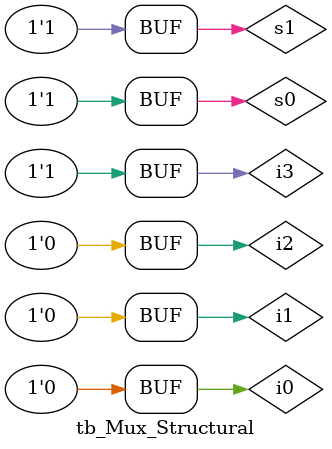
<source format=v>
`timescale 1ns / 1ps


module tb_Mux_Structural;
    reg i0;
    reg i1;
    reg i2;
    reg i3;
    reg s0;
    reg s1;
    wire d;
    
    Mux_structural uut (
        .i0(i0),
        .i1(i1),
        .i2(i2),
        .i3(i3),
        .s0(s0),
        .s1(s1),
        .d(d)
    );
    
    initial begin
    
        i0 = 0;
        i1 = 0;
        i2 = 0;
        i3 = 0;
        s1 = 0;
        s0 = 0;
        
        #50;
        
        s1 = 0;
        s0 = 0;
        i0 = 0;
        i1 = 0;
        i2 = 0;
        i3 = 0;
        #50;
        $display ("TC01");
        if (d != 1'b0) $display ("Result is wrong");
        
        s1 = 0;
        s0 = 0;
        i0 = 1;
        i1 = 0;
        i2 = 0;
        i3 = 0;
        #50;
        $display ("TC02");
        if (d != 1'b0) $display ("Result is wrong");
        
        s1 = 0;
        s0 = 1;
        i0 = 0;
        i1 = 0;
        i2 = 0;
        i3 = 0;
        #50;
        $display ("TC03");
        if (d != 1'b0) $display ("Result is wrong");
        
        s1 = 0;
        s0 = 1;
        i0 = 0;
        i1 = 1;
        i2 = 0;
        i3 = 0;
        #50;
        $display ("TC04");
        if (d != 1'b0) $display ("Result is wrong");
        
        s1 = 1;
        s0 = 0;
        i0 = 0;
        i1 = 0;
        i2 = 0;
        i3 = 0;
        #50;
        $display ("TC05");
        if (d != 1'b0) $display ("Result is wrong");
        
        s1 = 1;
        s0 = 0;
        i0 = 0;
        i1 = 0;
        i2 = 1;
        i3 = 0;
        #50;
        $display ("TC06");
        if (d != 1'b0) $display ("Result is wrong");
        
        s1 = 1;
        s0 = 1;
        i0 = 0;
        i1 = 0;
        i2 = 0;
        i3 = 0;
        #50;
        $display ("TC07");
        if (d != 1'b0) $display ("Result is wrong");
        
        s1 = 1;
        s0 = 1;
        i0 = 0;
        i1 = 0;
        i2 = 0;
        i3 = 1;
        #50;
        $display ("TC08");
        if (d != 1'b0) $display ("Result is wrong");
        
        end
        
endmodule

</source>
